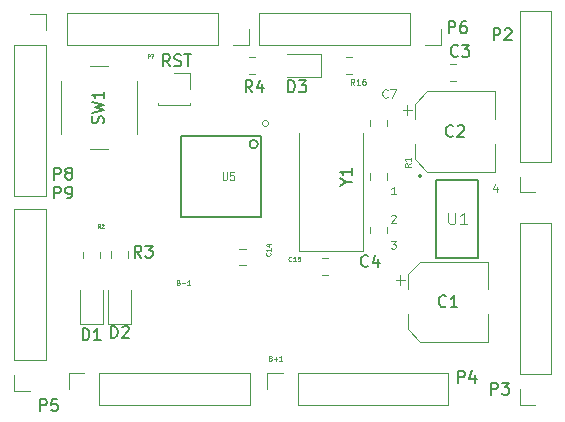
<source format=gbr>
G04 #@! TF.GenerationSoftware,KiCad,Pcbnew,(5.1.5)-3*
G04 #@! TF.CreationDate,2020-05-01T16:20:29+02:00*
G04 #@! TF.ProjectId,Arduino_Uno_R3_From_Scratch,41726475-696e-46f5-9f55-6e6f5f52335f,rev?*
G04 #@! TF.SameCoordinates,Original*
G04 #@! TF.FileFunction,Legend,Top*
G04 #@! TF.FilePolarity,Positive*
%FSLAX46Y46*%
G04 Gerber Fmt 4.6, Leading zero omitted, Abs format (unit mm)*
G04 Created by KiCad (PCBNEW (5.1.5)-3) date 2020-05-01 16:20:29*
%MOMM*%
%LPD*%
G04 APERTURE LIST*
%ADD10C,0.120000*%
%ADD11C,0.203200*%
%ADD12C,0.127000*%
%ADD13C,0.152400*%
%ADD14C,0.100000*%
%ADD15C,0.150000*%
%ADD16C,0.045000*%
%ADD17C,0.015000*%
%ADD18C,0.105000*%
%ADD19C,0.060000*%
%ADD20C,0.075000*%
%ADD21C,0.030000*%
G04 APERTURE END LIST*
D10*
X213338748Y-98490000D02*
X213861252Y-98490000D01*
X213338748Y-99910000D02*
X213861252Y-99910000D01*
X186900000Y-104400000D02*
X186900000Y-99900000D01*
X182900000Y-105650000D02*
X184400000Y-105650000D01*
X180400000Y-99900000D02*
X180400000Y-104400000D01*
X184400000Y-98650000D02*
X182900000Y-98650000D01*
X190000000Y-99270000D02*
X191330000Y-99270000D01*
X191330000Y-99270000D02*
X191330000Y-100600000D01*
X191330000Y-101810000D02*
X191330000Y-101930000D01*
X188670000Y-101810000D02*
X188670000Y-101930000D01*
X188670000Y-101930000D02*
X191330000Y-101930000D01*
X193730000Y-94170000D02*
X193730000Y-96830000D01*
X193730000Y-94170000D02*
X180970000Y-94170000D01*
X180970000Y-94170000D02*
X180970000Y-96830000D01*
X193730000Y-96830000D02*
X180970000Y-96830000D01*
X196330000Y-96830000D02*
X195000000Y-96830000D01*
X196330000Y-95500000D02*
X196330000Y-96830000D01*
X179130000Y-123530000D02*
X176470000Y-123530000D01*
X179130000Y-123530000D02*
X179130000Y-110770000D01*
X179130000Y-110770000D02*
X176470000Y-110770000D01*
X176470000Y-123530000D02*
X176470000Y-110770000D01*
X176470000Y-126130000D02*
X176470000Y-124800000D01*
X177800000Y-126130000D02*
X176470000Y-126130000D01*
D11*
X215778000Y-114876600D02*
X212222000Y-114876600D01*
X212222000Y-114876600D02*
X212222000Y-108323400D01*
X212222000Y-108323400D02*
X215778000Y-108323400D01*
X215778000Y-108323400D02*
X215778000Y-114876600D01*
D12*
X210952000Y-107917000D02*
G75*
G03X210952000Y-107917000I-127000J0D01*
G01*
D10*
X217210000Y-107610000D02*
X217210000Y-105260000D01*
X217210000Y-100790000D02*
X217210000Y-103140000D01*
X211454437Y-100790000D02*
X217210000Y-100790000D01*
X211454437Y-107610000D02*
X217210000Y-107610000D01*
X210390000Y-106545563D02*
X210390000Y-105260000D01*
X210390000Y-101854437D02*
X210390000Y-103140000D01*
X210390000Y-101854437D02*
X211454437Y-100790000D01*
X210390000Y-106545563D02*
X211454437Y-107610000D01*
X209362500Y-102352500D02*
X210150000Y-102352500D01*
X209756250Y-101958750D02*
X209756250Y-102746250D01*
X209156250Y-116358750D02*
X209156250Y-117146250D01*
X208762500Y-116752500D02*
X209550000Y-116752500D01*
X209790000Y-120945563D02*
X210854437Y-122010000D01*
X209790000Y-116254437D02*
X210854437Y-115190000D01*
X209790000Y-116254437D02*
X209790000Y-117540000D01*
X209790000Y-120945563D02*
X209790000Y-119660000D01*
X210854437Y-122010000D02*
X216610000Y-122010000D01*
X210854437Y-115190000D02*
X216610000Y-115190000D01*
X216610000Y-115190000D02*
X216610000Y-117540000D01*
X216610000Y-122010000D02*
X216610000Y-119660000D01*
X206590000Y-112238748D02*
X206590000Y-112761252D01*
X208010000Y-112238748D02*
X208010000Y-112761252D01*
X206590000Y-103736252D02*
X206590000Y-103213748D01*
X208010000Y-103736252D02*
X208010000Y-103213748D01*
X195538748Y-115510000D02*
X196061252Y-115510000D01*
X195538748Y-114090000D02*
X196061252Y-114090000D01*
X203061252Y-116310000D02*
X202538748Y-116310000D01*
X203061252Y-114890000D02*
X202538748Y-114890000D01*
X182040000Y-117600000D02*
X182040000Y-120460000D01*
X182040000Y-120460000D02*
X183960000Y-120460000D01*
X183960000Y-120460000D02*
X183960000Y-117600000D01*
X186360000Y-120460000D02*
X186360000Y-117600000D01*
X184440000Y-120460000D02*
X186360000Y-120460000D01*
X184440000Y-117600000D02*
X184440000Y-120460000D01*
X199575000Y-99560000D02*
X202435000Y-99560000D01*
X202435000Y-99560000D02*
X202435000Y-97640000D01*
X202435000Y-97640000D02*
X199575000Y-97640000D01*
X220600000Y-109330000D02*
X219270000Y-109330000D01*
X219270000Y-109330000D02*
X219270000Y-108000000D01*
X219270000Y-106730000D02*
X219270000Y-93970000D01*
X221930000Y-93970000D02*
X219270000Y-93970000D01*
X221930000Y-106730000D02*
X221930000Y-93970000D01*
X221930000Y-106730000D02*
X219270000Y-106730000D01*
X221930000Y-124730000D02*
X219270000Y-124730000D01*
X221930000Y-124730000D02*
X221930000Y-111970000D01*
X221930000Y-111970000D02*
X219270000Y-111970000D01*
X219270000Y-124730000D02*
X219270000Y-111970000D01*
X219270000Y-127330000D02*
X219270000Y-126000000D01*
X220600000Y-127330000D02*
X219270000Y-127330000D01*
X197870000Y-126000000D02*
X197870000Y-124670000D01*
X197870000Y-124670000D02*
X199200000Y-124670000D01*
X200470000Y-124670000D02*
X213230000Y-124670000D01*
X213230000Y-127330000D02*
X213230000Y-124670000D01*
X200470000Y-127330000D02*
X213230000Y-127330000D01*
X200470000Y-127330000D02*
X200470000Y-124670000D01*
X183670000Y-127330000D02*
X183670000Y-124670000D01*
X183670000Y-127330000D02*
X196430000Y-127330000D01*
X196430000Y-127330000D02*
X196430000Y-124670000D01*
X183670000Y-124670000D02*
X196430000Y-124670000D01*
X181070000Y-124670000D02*
X182400000Y-124670000D01*
X181070000Y-126000000D02*
X181070000Y-124670000D01*
X212580000Y-95500000D02*
X212580000Y-96830000D01*
X212580000Y-96830000D02*
X211250000Y-96830000D01*
X209980000Y-96830000D02*
X197220000Y-96830000D01*
X197220000Y-94170000D02*
X197220000Y-96830000D01*
X209980000Y-94170000D02*
X197220000Y-94170000D01*
X209980000Y-94170000D02*
X209980000Y-96830000D01*
X176470000Y-96870000D02*
X179130000Y-96870000D01*
X176470000Y-96870000D02*
X176470000Y-109630000D01*
X176470000Y-109630000D02*
X179130000Y-109630000D01*
X179130000Y-96870000D02*
X179130000Y-109630000D01*
X179130000Y-94270000D02*
X179130000Y-95600000D01*
X177800000Y-94270000D02*
X179130000Y-94270000D01*
X208010000Y-108261252D02*
X208010000Y-107738748D01*
X206590000Y-108261252D02*
X206590000Y-107738748D01*
X182290000Y-114886252D02*
X182290000Y-114363748D01*
X183710000Y-114886252D02*
X183710000Y-114363748D01*
X186110000Y-114338748D02*
X186110000Y-114861252D01*
X184690000Y-114338748D02*
X184690000Y-114861252D01*
X196861252Y-99310000D02*
X196338748Y-99310000D01*
X196861252Y-97890000D02*
X196338748Y-97890000D01*
X204538748Y-99310000D02*
X205061252Y-99310000D01*
X204538748Y-97890000D02*
X205061252Y-97890000D01*
D13*
X197400000Y-111400000D02*
X190600000Y-111400000D01*
X190600000Y-111400000D02*
X190600000Y-104600000D01*
X190600000Y-104600000D02*
X197400000Y-104600000D01*
X197400000Y-104600000D02*
X197400000Y-111400000D01*
X197102400Y-105256800D02*
G75*
G03X197102400Y-105256800I-359200J0D01*
G01*
D14*
X198004000Y-103500000D02*
G75*
G03X198004000Y-103500000I-254000J0D01*
G01*
D10*
X200600000Y-104300000D02*
X200600000Y-114300000D01*
X200600000Y-114300000D02*
X206000000Y-114300000D01*
X206000000Y-114300000D02*
X206000000Y-104300000D01*
D15*
X214033333Y-97757142D02*
X213985714Y-97804761D01*
X213842857Y-97852380D01*
X213747619Y-97852380D01*
X213604761Y-97804761D01*
X213509523Y-97709523D01*
X213461904Y-97614285D01*
X213414285Y-97423809D01*
X213414285Y-97280952D01*
X213461904Y-97090476D01*
X213509523Y-96995238D01*
X213604761Y-96900000D01*
X213747619Y-96852380D01*
X213842857Y-96852380D01*
X213985714Y-96900000D01*
X214033333Y-96947619D01*
X214366666Y-96852380D02*
X214985714Y-96852380D01*
X214652380Y-97233333D01*
X214795238Y-97233333D01*
X214890476Y-97280952D01*
X214938095Y-97328571D01*
X214985714Y-97423809D01*
X214985714Y-97661904D01*
X214938095Y-97757142D01*
X214890476Y-97804761D01*
X214795238Y-97852380D01*
X214509523Y-97852380D01*
X214414285Y-97804761D01*
X214366666Y-97757142D01*
X184004761Y-103483333D02*
X184052380Y-103340476D01*
X184052380Y-103102380D01*
X184004761Y-103007142D01*
X183957142Y-102959523D01*
X183861904Y-102911904D01*
X183766666Y-102911904D01*
X183671428Y-102959523D01*
X183623809Y-103007142D01*
X183576190Y-103102380D01*
X183528571Y-103292857D01*
X183480952Y-103388095D01*
X183433333Y-103435714D01*
X183338095Y-103483333D01*
X183242857Y-103483333D01*
X183147619Y-103435714D01*
X183100000Y-103388095D01*
X183052380Y-103292857D01*
X183052380Y-103054761D01*
X183100000Y-102911904D01*
X183052380Y-102578571D02*
X184052380Y-102340476D01*
X183338095Y-102150000D01*
X184052380Y-101959523D01*
X183052380Y-101721428D01*
X184052380Y-100816666D02*
X184052380Y-101388095D01*
X184052380Y-101102380D02*
X183052380Y-101102380D01*
X183195238Y-101197619D01*
X183290476Y-101292857D01*
X183338095Y-101388095D01*
X189652380Y-98652380D02*
X189319047Y-98176190D01*
X189080952Y-98652380D02*
X189080952Y-97652380D01*
X189461904Y-97652380D01*
X189557142Y-97700000D01*
X189604761Y-97747619D01*
X189652380Y-97842857D01*
X189652380Y-97985714D01*
X189604761Y-98080952D01*
X189557142Y-98128571D01*
X189461904Y-98176190D01*
X189080952Y-98176190D01*
X190033333Y-98604761D02*
X190176190Y-98652380D01*
X190414285Y-98652380D01*
X190509523Y-98604761D01*
X190557142Y-98557142D01*
X190604761Y-98461904D01*
X190604761Y-98366666D01*
X190557142Y-98271428D01*
X190509523Y-98223809D01*
X190414285Y-98176190D01*
X190223809Y-98128571D01*
X190128571Y-98080952D01*
X190080952Y-98033333D01*
X190033333Y-97938095D01*
X190033333Y-97842857D01*
X190080952Y-97747619D01*
X190128571Y-97700000D01*
X190223809Y-97652380D01*
X190461904Y-97652380D01*
X190604761Y-97700000D01*
X190890476Y-97652380D02*
X191461904Y-97652380D01*
X191176190Y-98652380D02*
X191176190Y-97652380D01*
D16*
X187778571Y-97935714D02*
X187778571Y-97635714D01*
X187892857Y-97635714D01*
X187921428Y-97650000D01*
X187935714Y-97664285D01*
X187950000Y-97692857D01*
X187950000Y-97735714D01*
X187935714Y-97764285D01*
X187921428Y-97778571D01*
X187892857Y-97792857D01*
X187778571Y-97792857D01*
X188050000Y-97635714D02*
X188250000Y-97635714D01*
X188121428Y-97935714D01*
D15*
X179861904Y-109852380D02*
X179861904Y-108852380D01*
X180242857Y-108852380D01*
X180338095Y-108900000D01*
X180385714Y-108947619D01*
X180433333Y-109042857D01*
X180433333Y-109185714D01*
X180385714Y-109280952D01*
X180338095Y-109328571D01*
X180242857Y-109376190D01*
X179861904Y-109376190D01*
X180909523Y-109852380D02*
X181100000Y-109852380D01*
X181195238Y-109804761D01*
X181242857Y-109757142D01*
X181338095Y-109614285D01*
X181385714Y-109423809D01*
X181385714Y-109042857D01*
X181338095Y-108947619D01*
X181290476Y-108900000D01*
X181195238Y-108852380D01*
X181004761Y-108852380D01*
X180909523Y-108900000D01*
X180861904Y-108947619D01*
X180814285Y-109042857D01*
X180814285Y-109280952D01*
X180861904Y-109376190D01*
X180909523Y-109423809D01*
X181004761Y-109471428D01*
X181195238Y-109471428D01*
X181290476Y-109423809D01*
X181338095Y-109376190D01*
X181385714Y-109280952D01*
D17*
X213237843Y-111052199D02*
X213237843Y-111861991D01*
X213285477Y-111957261D01*
X213333112Y-112004895D01*
X213428382Y-112052530D01*
X213618921Y-112052530D01*
X213714191Y-112004895D01*
X213761825Y-111957261D01*
X213809460Y-111861991D01*
X213809460Y-111052199D01*
X214809791Y-112052530D02*
X214238174Y-112052530D01*
X214523982Y-112052530D02*
X214523982Y-111052199D01*
X214428713Y-111195104D01*
X214333443Y-111290373D01*
X214238174Y-111338008D01*
X208386658Y-113449509D02*
X208782864Y-113449509D01*
X208569522Y-113693329D01*
X208660954Y-113693329D01*
X208721909Y-113723806D01*
X208752387Y-113754283D01*
X208782864Y-113815238D01*
X208782864Y-113967625D01*
X208752387Y-114028580D01*
X208721909Y-114059058D01*
X208660954Y-114089535D01*
X208478090Y-114089535D01*
X208417135Y-114059058D01*
X208386658Y-114028580D01*
X217321957Y-108862798D02*
X217321957Y-109289648D01*
X217169510Y-108618883D02*
X217017064Y-109076223D01*
X217413425Y-109076223D01*
X208783149Y-109489986D02*
X208416850Y-109489986D01*
X208600000Y-109489986D02*
X208600000Y-108848964D01*
X208538950Y-108940538D01*
X208477900Y-109001588D01*
X208416850Y-109032113D01*
X208416844Y-111310003D02*
X208447370Y-111279477D01*
X208508422Y-111248951D01*
X208661052Y-111248951D01*
X208722104Y-111279477D01*
X208752630Y-111310003D01*
X208783156Y-111371055D01*
X208783156Y-111432107D01*
X208752630Y-111523685D01*
X208386318Y-111889997D01*
X208783156Y-111889997D01*
D15*
X213633333Y-104557142D02*
X213585714Y-104604761D01*
X213442857Y-104652380D01*
X213347619Y-104652380D01*
X213204761Y-104604761D01*
X213109523Y-104509523D01*
X213061904Y-104414285D01*
X213014285Y-104223809D01*
X213014285Y-104080952D01*
X213061904Y-103890476D01*
X213109523Y-103795238D01*
X213204761Y-103700000D01*
X213347619Y-103652380D01*
X213442857Y-103652380D01*
X213585714Y-103700000D01*
X213633333Y-103747619D01*
X214014285Y-103747619D02*
X214061904Y-103700000D01*
X214157142Y-103652380D01*
X214395238Y-103652380D01*
X214490476Y-103700000D01*
X214538095Y-103747619D01*
X214585714Y-103842857D01*
X214585714Y-103938095D01*
X214538095Y-104080952D01*
X213966666Y-104652380D01*
X214585714Y-104652380D01*
X213033333Y-118957142D02*
X212985714Y-119004761D01*
X212842857Y-119052380D01*
X212747619Y-119052380D01*
X212604761Y-119004761D01*
X212509523Y-118909523D01*
X212461904Y-118814285D01*
X212414285Y-118623809D01*
X212414285Y-118480952D01*
X212461904Y-118290476D01*
X212509523Y-118195238D01*
X212604761Y-118100000D01*
X212747619Y-118052380D01*
X212842857Y-118052380D01*
X212985714Y-118100000D01*
X213033333Y-118147619D01*
X213985714Y-119052380D02*
X213414285Y-119052380D01*
X213700000Y-119052380D02*
X213700000Y-118052380D01*
X213604761Y-118195238D01*
X213509523Y-118290476D01*
X213414285Y-118338095D01*
X206433333Y-115557142D02*
X206385714Y-115604761D01*
X206242857Y-115652380D01*
X206147619Y-115652380D01*
X206004761Y-115604761D01*
X205909523Y-115509523D01*
X205861904Y-115414285D01*
X205814285Y-115223809D01*
X205814285Y-115080952D01*
X205861904Y-114890476D01*
X205909523Y-114795238D01*
X206004761Y-114700000D01*
X206147619Y-114652380D01*
X206242857Y-114652380D01*
X206385714Y-114700000D01*
X206433333Y-114747619D01*
X207290476Y-114985714D02*
X207290476Y-115652380D01*
X207052380Y-114604761D02*
X206814285Y-115319047D01*
X207433333Y-115319047D01*
D18*
X208083333Y-101250000D02*
X208050000Y-101283333D01*
X207950000Y-101316666D01*
X207883333Y-101316666D01*
X207783333Y-101283333D01*
X207716666Y-101216666D01*
X207683333Y-101150000D01*
X207650000Y-101016666D01*
X207650000Y-100916666D01*
X207683333Y-100783333D01*
X207716666Y-100716666D01*
X207783333Y-100650000D01*
X207883333Y-100616666D01*
X207950000Y-100616666D01*
X208050000Y-100650000D01*
X208083333Y-100683333D01*
X208316666Y-100616666D02*
X208783333Y-100616666D01*
X208483333Y-101316666D01*
D19*
X198142857Y-114457142D02*
X198161904Y-114476190D01*
X198180952Y-114533333D01*
X198180952Y-114571428D01*
X198161904Y-114628571D01*
X198123809Y-114666666D01*
X198085714Y-114685714D01*
X198009523Y-114704761D01*
X197952380Y-114704761D01*
X197876190Y-114685714D01*
X197838095Y-114666666D01*
X197800000Y-114628571D01*
X197780952Y-114571428D01*
X197780952Y-114533333D01*
X197800000Y-114476190D01*
X197819047Y-114457142D01*
X198180952Y-114076190D02*
X198180952Y-114304761D01*
X198180952Y-114190476D02*
X197780952Y-114190476D01*
X197838095Y-114228571D01*
X197876190Y-114266666D01*
X197895238Y-114304761D01*
X197914285Y-113733333D02*
X198180952Y-113733333D01*
X197761904Y-113828571D02*
X198047619Y-113923809D01*
X198047619Y-113676190D01*
X199942857Y-115142857D02*
X199923809Y-115161904D01*
X199866666Y-115180952D01*
X199828571Y-115180952D01*
X199771428Y-115161904D01*
X199733333Y-115123809D01*
X199714285Y-115085714D01*
X199695238Y-115009523D01*
X199695238Y-114952380D01*
X199714285Y-114876190D01*
X199733333Y-114838095D01*
X199771428Y-114800000D01*
X199828571Y-114780952D01*
X199866666Y-114780952D01*
X199923809Y-114800000D01*
X199942857Y-114819047D01*
X200323809Y-115180952D02*
X200095238Y-115180952D01*
X200209523Y-115180952D02*
X200209523Y-114780952D01*
X200171428Y-114838095D01*
X200133333Y-114876190D01*
X200095238Y-114895238D01*
X200685714Y-114780952D02*
X200495238Y-114780952D01*
X200476190Y-114971428D01*
X200495238Y-114952380D01*
X200533333Y-114933333D01*
X200628571Y-114933333D01*
X200666666Y-114952380D01*
X200685714Y-114971428D01*
X200704761Y-115009523D01*
X200704761Y-115104761D01*
X200685714Y-115142857D01*
X200666666Y-115161904D01*
X200628571Y-115180952D01*
X200533333Y-115180952D01*
X200495238Y-115161904D01*
X200476190Y-115142857D01*
D15*
X182261904Y-121852380D02*
X182261904Y-120852380D01*
X182500000Y-120852380D01*
X182642857Y-120900000D01*
X182738095Y-120995238D01*
X182785714Y-121090476D01*
X182833333Y-121280952D01*
X182833333Y-121423809D01*
X182785714Y-121614285D01*
X182738095Y-121709523D01*
X182642857Y-121804761D01*
X182500000Y-121852380D01*
X182261904Y-121852380D01*
X183785714Y-121852380D02*
X183214285Y-121852380D01*
X183500000Y-121852380D02*
X183500000Y-120852380D01*
X183404761Y-120995238D01*
X183309523Y-121090476D01*
X183214285Y-121138095D01*
X184661904Y-121652380D02*
X184661904Y-120652380D01*
X184900000Y-120652380D01*
X185042857Y-120700000D01*
X185138095Y-120795238D01*
X185185714Y-120890476D01*
X185233333Y-121080952D01*
X185233333Y-121223809D01*
X185185714Y-121414285D01*
X185138095Y-121509523D01*
X185042857Y-121604761D01*
X184900000Y-121652380D01*
X184661904Y-121652380D01*
X185614285Y-120747619D02*
X185661904Y-120700000D01*
X185757142Y-120652380D01*
X185995238Y-120652380D01*
X186090476Y-120700000D01*
X186138095Y-120747619D01*
X186185714Y-120842857D01*
X186185714Y-120938095D01*
X186138095Y-121080952D01*
X185566666Y-121652380D01*
X186185714Y-121652380D01*
X199661904Y-100852380D02*
X199661904Y-99852380D01*
X199900000Y-99852380D01*
X200042857Y-99900000D01*
X200138095Y-99995238D01*
X200185714Y-100090476D01*
X200233333Y-100280952D01*
X200233333Y-100423809D01*
X200185714Y-100614285D01*
X200138095Y-100709523D01*
X200042857Y-100804761D01*
X199900000Y-100852380D01*
X199661904Y-100852380D01*
X200566666Y-99852380D02*
X201185714Y-99852380D01*
X200852380Y-100233333D01*
X200995238Y-100233333D01*
X201090476Y-100280952D01*
X201138095Y-100328571D01*
X201185714Y-100423809D01*
X201185714Y-100661904D01*
X201138095Y-100757142D01*
X201090476Y-100804761D01*
X200995238Y-100852380D01*
X200709523Y-100852380D01*
X200614285Y-100804761D01*
X200566666Y-100757142D01*
X217061904Y-96452380D02*
X217061904Y-95452380D01*
X217442857Y-95452380D01*
X217538095Y-95500000D01*
X217585714Y-95547619D01*
X217633333Y-95642857D01*
X217633333Y-95785714D01*
X217585714Y-95880952D01*
X217538095Y-95928571D01*
X217442857Y-95976190D01*
X217061904Y-95976190D01*
X218014285Y-95547619D02*
X218061904Y-95500000D01*
X218157142Y-95452380D01*
X218395238Y-95452380D01*
X218490476Y-95500000D01*
X218538095Y-95547619D01*
X218585714Y-95642857D01*
X218585714Y-95738095D01*
X218538095Y-95880952D01*
X217966666Y-96452380D01*
X218585714Y-96452380D01*
X216861904Y-126452380D02*
X216861904Y-125452380D01*
X217242857Y-125452380D01*
X217338095Y-125500000D01*
X217385714Y-125547619D01*
X217433333Y-125642857D01*
X217433333Y-125785714D01*
X217385714Y-125880952D01*
X217338095Y-125928571D01*
X217242857Y-125976190D01*
X216861904Y-125976190D01*
X217766666Y-125452380D02*
X218385714Y-125452380D01*
X218052380Y-125833333D01*
X218195238Y-125833333D01*
X218290476Y-125880952D01*
X218338095Y-125928571D01*
X218385714Y-126023809D01*
X218385714Y-126261904D01*
X218338095Y-126357142D01*
X218290476Y-126404761D01*
X218195238Y-126452380D01*
X217909523Y-126452380D01*
X217814285Y-126404761D01*
X217766666Y-126357142D01*
X214061904Y-125452380D02*
X214061904Y-124452380D01*
X214442857Y-124452380D01*
X214538095Y-124500000D01*
X214585714Y-124547619D01*
X214633333Y-124642857D01*
X214633333Y-124785714D01*
X214585714Y-124880952D01*
X214538095Y-124928571D01*
X214442857Y-124976190D01*
X214061904Y-124976190D01*
X215490476Y-124785714D02*
X215490476Y-125452380D01*
X215252380Y-124404761D02*
X215014285Y-125119047D01*
X215633333Y-125119047D01*
X178661904Y-127852380D02*
X178661904Y-126852380D01*
X179042857Y-126852380D01*
X179138095Y-126900000D01*
X179185714Y-126947619D01*
X179233333Y-127042857D01*
X179233333Y-127185714D01*
X179185714Y-127280952D01*
X179138095Y-127328571D01*
X179042857Y-127376190D01*
X178661904Y-127376190D01*
X180138095Y-126852380D02*
X179661904Y-126852380D01*
X179614285Y-127328571D01*
X179661904Y-127280952D01*
X179757142Y-127233333D01*
X179995238Y-127233333D01*
X180090476Y-127280952D01*
X180138095Y-127328571D01*
X180185714Y-127423809D01*
X180185714Y-127661904D01*
X180138095Y-127757142D01*
X180090476Y-127804761D01*
X179995238Y-127852380D01*
X179757142Y-127852380D01*
X179661904Y-127804761D01*
X179614285Y-127757142D01*
X213261904Y-95852380D02*
X213261904Y-94852380D01*
X213642857Y-94852380D01*
X213738095Y-94900000D01*
X213785714Y-94947619D01*
X213833333Y-95042857D01*
X213833333Y-95185714D01*
X213785714Y-95280952D01*
X213738095Y-95328571D01*
X213642857Y-95376190D01*
X213261904Y-95376190D01*
X214690476Y-94852380D02*
X214500000Y-94852380D01*
X214404761Y-94900000D01*
X214357142Y-94947619D01*
X214261904Y-95090476D01*
X214214285Y-95280952D01*
X214214285Y-95661904D01*
X214261904Y-95757142D01*
X214309523Y-95804761D01*
X214404761Y-95852380D01*
X214595238Y-95852380D01*
X214690476Y-95804761D01*
X214738095Y-95757142D01*
X214785714Y-95661904D01*
X214785714Y-95423809D01*
X214738095Y-95328571D01*
X214690476Y-95280952D01*
X214595238Y-95233333D01*
X214404761Y-95233333D01*
X214309523Y-95280952D01*
X214261904Y-95328571D01*
X214214285Y-95423809D01*
X179861904Y-108252380D02*
X179861904Y-107252380D01*
X180242857Y-107252380D01*
X180338095Y-107300000D01*
X180385714Y-107347619D01*
X180433333Y-107442857D01*
X180433333Y-107585714D01*
X180385714Y-107680952D01*
X180338095Y-107728571D01*
X180242857Y-107776190D01*
X179861904Y-107776190D01*
X181004761Y-107680952D02*
X180909523Y-107633333D01*
X180861904Y-107585714D01*
X180814285Y-107490476D01*
X180814285Y-107442857D01*
X180861904Y-107347619D01*
X180909523Y-107300000D01*
X181004761Y-107252380D01*
X181195238Y-107252380D01*
X181290476Y-107300000D01*
X181338095Y-107347619D01*
X181385714Y-107442857D01*
X181385714Y-107490476D01*
X181338095Y-107585714D01*
X181290476Y-107633333D01*
X181195238Y-107680952D01*
X181004761Y-107680952D01*
X180909523Y-107728571D01*
X180861904Y-107776190D01*
X180814285Y-107871428D01*
X180814285Y-108061904D01*
X180861904Y-108157142D01*
X180909523Y-108204761D01*
X181004761Y-108252380D01*
X181195238Y-108252380D01*
X181290476Y-108204761D01*
X181338095Y-108157142D01*
X181385714Y-108061904D01*
X181385714Y-107871428D01*
X181338095Y-107776190D01*
X181290476Y-107728571D01*
X181195238Y-107680952D01*
D20*
X210026190Y-106883333D02*
X209788095Y-107050000D01*
X210026190Y-107169047D02*
X209526190Y-107169047D01*
X209526190Y-106978571D01*
X209550000Y-106930952D01*
X209573809Y-106907142D01*
X209621428Y-106883333D01*
X209692857Y-106883333D01*
X209740476Y-106907142D01*
X209764285Y-106930952D01*
X209788095Y-106978571D01*
X209788095Y-107169047D01*
X210026190Y-106407142D02*
X210026190Y-106692857D01*
X210026190Y-106550000D02*
X209526190Y-106550000D01*
X209597619Y-106597619D01*
X209645238Y-106645238D01*
X209669047Y-106692857D01*
D16*
X183750000Y-112335714D02*
X183650000Y-112192857D01*
X183578571Y-112335714D02*
X183578571Y-112035714D01*
X183692857Y-112035714D01*
X183721428Y-112050000D01*
X183735714Y-112064285D01*
X183750000Y-112092857D01*
X183750000Y-112135714D01*
X183735714Y-112164285D01*
X183721428Y-112178571D01*
X183692857Y-112192857D01*
X183578571Y-112192857D01*
X183864285Y-112064285D02*
X183878571Y-112050000D01*
X183907142Y-112035714D01*
X183978571Y-112035714D01*
X184007142Y-112050000D01*
X184021428Y-112064285D01*
X184035714Y-112092857D01*
X184035714Y-112121428D01*
X184021428Y-112164285D01*
X183850000Y-112335714D01*
X184035714Y-112335714D01*
D15*
X187233333Y-114852380D02*
X186900000Y-114376190D01*
X186661904Y-114852380D02*
X186661904Y-113852380D01*
X187042857Y-113852380D01*
X187138095Y-113900000D01*
X187185714Y-113947619D01*
X187233333Y-114042857D01*
X187233333Y-114185714D01*
X187185714Y-114280952D01*
X187138095Y-114328571D01*
X187042857Y-114376190D01*
X186661904Y-114376190D01*
X187566666Y-113852380D02*
X188185714Y-113852380D01*
X187852380Y-114233333D01*
X187995238Y-114233333D01*
X188090476Y-114280952D01*
X188138095Y-114328571D01*
X188185714Y-114423809D01*
X188185714Y-114661904D01*
X188138095Y-114757142D01*
X188090476Y-114804761D01*
X187995238Y-114852380D01*
X187709523Y-114852380D01*
X187614285Y-114804761D01*
X187566666Y-114757142D01*
X196633333Y-100852380D02*
X196300000Y-100376190D01*
X196061904Y-100852380D02*
X196061904Y-99852380D01*
X196442857Y-99852380D01*
X196538095Y-99900000D01*
X196585714Y-99947619D01*
X196633333Y-100042857D01*
X196633333Y-100185714D01*
X196585714Y-100280952D01*
X196538095Y-100328571D01*
X196442857Y-100376190D01*
X196061904Y-100376190D01*
X197490476Y-100185714D02*
X197490476Y-100852380D01*
X197252380Y-99804761D02*
X197014285Y-100519047D01*
X197633333Y-100519047D01*
D21*
X205278571Y-100226190D02*
X205111904Y-99988095D01*
X204992857Y-100226190D02*
X204992857Y-99726190D01*
X205183333Y-99726190D01*
X205230952Y-99750000D01*
X205254761Y-99773809D01*
X205278571Y-99821428D01*
X205278571Y-99892857D01*
X205254761Y-99940476D01*
X205230952Y-99964285D01*
X205183333Y-99988095D01*
X204992857Y-99988095D01*
X205754761Y-100226190D02*
X205469047Y-100226190D01*
X205611904Y-100226190D02*
X205611904Y-99726190D01*
X205564285Y-99797619D01*
X205516666Y-99845238D01*
X205469047Y-99869047D01*
X206183333Y-99726190D02*
X206088095Y-99726190D01*
X206040476Y-99750000D01*
X206016666Y-99773809D01*
X205969047Y-99845238D01*
X205945238Y-99940476D01*
X205945238Y-100130952D01*
X205969047Y-100178571D01*
X205992857Y-100202380D01*
X206040476Y-100226190D01*
X206135714Y-100226190D01*
X206183333Y-100202380D01*
X206207142Y-100178571D01*
X206230952Y-100130952D01*
X206230952Y-100011904D01*
X206207142Y-99964285D01*
X206183333Y-99940476D01*
X206135714Y-99916666D01*
X206040476Y-99916666D01*
X205992857Y-99940476D01*
X205969047Y-99964285D01*
X205945238Y-100011904D01*
D17*
X194111436Y-107648845D02*
X194111436Y-108167943D01*
X194141972Y-108229013D01*
X194172507Y-108259549D01*
X194233577Y-108290084D01*
X194355718Y-108290084D01*
X194416788Y-108259549D01*
X194447324Y-108229013D01*
X194477859Y-108167943D01*
X194477859Y-107648845D01*
X195088563Y-107648845D02*
X194783211Y-107648845D01*
X194752675Y-107954197D01*
X194783211Y-107923662D01*
X194844281Y-107893126D01*
X194996957Y-107893126D01*
X195058027Y-107923662D01*
X195088563Y-107954197D01*
X195119098Y-108015267D01*
X195119098Y-108167943D01*
X195088563Y-108229013D01*
X195058027Y-108259549D01*
X194996957Y-108290084D01*
X194844281Y-108290084D01*
X194783211Y-108259549D01*
X194752675Y-108229013D01*
D15*
X204576190Y-108476190D02*
X205052380Y-108476190D01*
X204052380Y-108809523D02*
X204576190Y-108476190D01*
X204052380Y-108142857D01*
X205052380Y-107285714D02*
X205052380Y-107857142D01*
X205052380Y-107571428D02*
X204052380Y-107571428D01*
X204195238Y-107666666D01*
X204290476Y-107761904D01*
X204338095Y-107857142D01*
D19*
X198190476Y-123371428D02*
X198247619Y-123390476D01*
X198266666Y-123409523D01*
X198285714Y-123447619D01*
X198285714Y-123504761D01*
X198266666Y-123542857D01*
X198247619Y-123561904D01*
X198209523Y-123580952D01*
X198057142Y-123580952D01*
X198057142Y-123180952D01*
X198190476Y-123180952D01*
X198228571Y-123200000D01*
X198247619Y-123219047D01*
X198266666Y-123257142D01*
X198266666Y-123295238D01*
X198247619Y-123333333D01*
X198228571Y-123352380D01*
X198190476Y-123371428D01*
X198057142Y-123371428D01*
X198457142Y-123428571D02*
X198761904Y-123428571D01*
X198609523Y-123580952D02*
X198609523Y-123276190D01*
X199161904Y-123580952D02*
X198933333Y-123580952D01*
X199047619Y-123580952D02*
X199047619Y-123180952D01*
X199009523Y-123238095D01*
X198971428Y-123276190D01*
X198933333Y-123295238D01*
X190390476Y-116971428D02*
X190447619Y-116990476D01*
X190466666Y-117009523D01*
X190485714Y-117047619D01*
X190485714Y-117104761D01*
X190466666Y-117142857D01*
X190447619Y-117161904D01*
X190409523Y-117180952D01*
X190257142Y-117180952D01*
X190257142Y-116780952D01*
X190390476Y-116780952D01*
X190428571Y-116800000D01*
X190447619Y-116819047D01*
X190466666Y-116857142D01*
X190466666Y-116895238D01*
X190447619Y-116933333D01*
X190428571Y-116952380D01*
X190390476Y-116971428D01*
X190257142Y-116971428D01*
X190657142Y-117028571D02*
X190961904Y-117028571D01*
X191361904Y-117180952D02*
X191133333Y-117180952D01*
X191247619Y-117180952D02*
X191247619Y-116780952D01*
X191209523Y-116838095D01*
X191171428Y-116876190D01*
X191133333Y-116895238D01*
M02*

</source>
